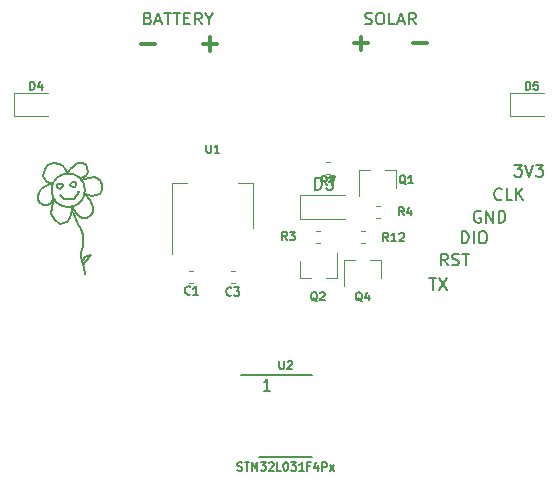
<source format=gto>
G04 #@! TF.GenerationSoftware,KiCad,Pcbnew,5.0.2-bee76a0~70~ubuntu16.04.1*
G04 #@! TF.CreationDate,2019-05-21T20:08:30+01:00*
G04 #@! TF.ProjectId,project,70726f6a-6563-4742-9e6b-696361645f70,rev?*
G04 #@! TF.SameCoordinates,Original*
G04 #@! TF.FileFunction,Legend,Top*
G04 #@! TF.FilePolarity,Positive*
%FSLAX46Y46*%
G04 Gerber Fmt 4.6, Leading zero omitted, Abs format (unit mm)*
G04 Created by KiCad (PCBNEW 5.0.2-bee76a0~70~ubuntu16.04.1) date Tue 21 May 2019 20:08:30 BST*
%MOMM*%
%LPD*%
G01*
G04 APERTURE LIST*
%ADD10C,0.150000*%
%ADD11C,0.375000*%
%ADD12C,0.120000*%
G04 APERTURE END LIST*
D10*
X148943095Y-90367380D02*
X149514523Y-90367380D01*
X149228809Y-91367380D02*
X149228809Y-90367380D01*
X149752619Y-90367380D02*
X150419285Y-91367380D01*
X150419285Y-90367380D02*
X149752619Y-91367380D01*
X150482380Y-89292380D02*
X150149047Y-88816190D01*
X149910952Y-89292380D02*
X149910952Y-88292380D01*
X150291904Y-88292380D01*
X150387142Y-88340000D01*
X150434761Y-88387619D01*
X150482380Y-88482857D01*
X150482380Y-88625714D01*
X150434761Y-88720952D01*
X150387142Y-88768571D01*
X150291904Y-88816190D01*
X149910952Y-88816190D01*
X150863333Y-89244761D02*
X151006190Y-89292380D01*
X151244285Y-89292380D01*
X151339523Y-89244761D01*
X151387142Y-89197142D01*
X151434761Y-89101904D01*
X151434761Y-89006666D01*
X151387142Y-88911428D01*
X151339523Y-88863809D01*
X151244285Y-88816190D01*
X151053809Y-88768571D01*
X150958571Y-88720952D01*
X150910952Y-88673333D01*
X150863333Y-88578095D01*
X150863333Y-88482857D01*
X150910952Y-88387619D01*
X150958571Y-88340000D01*
X151053809Y-88292380D01*
X151291904Y-88292380D01*
X151434761Y-88340000D01*
X151720476Y-88292380D02*
X152291904Y-88292380D01*
X152006190Y-89292380D02*
X152006190Y-88292380D01*
X151681190Y-87417380D02*
X151681190Y-86417380D01*
X151919285Y-86417380D01*
X152062142Y-86465000D01*
X152157380Y-86560238D01*
X152205000Y-86655476D01*
X152252619Y-86845952D01*
X152252619Y-86988809D01*
X152205000Y-87179285D01*
X152157380Y-87274523D01*
X152062142Y-87369761D01*
X151919285Y-87417380D01*
X151681190Y-87417380D01*
X152681190Y-87417380D02*
X152681190Y-86417380D01*
X153347857Y-86417380D02*
X153538333Y-86417380D01*
X153633571Y-86465000D01*
X153728809Y-86560238D01*
X153776428Y-86750714D01*
X153776428Y-87084047D01*
X153728809Y-87274523D01*
X153633571Y-87369761D01*
X153538333Y-87417380D01*
X153347857Y-87417380D01*
X153252619Y-87369761D01*
X153157380Y-87274523D01*
X153109761Y-87084047D01*
X153109761Y-86750714D01*
X153157380Y-86560238D01*
X153252619Y-86465000D01*
X153347857Y-86417380D01*
X153268095Y-84715000D02*
X153172857Y-84667380D01*
X153030000Y-84667380D01*
X152887142Y-84715000D01*
X152791904Y-84810238D01*
X152744285Y-84905476D01*
X152696666Y-85095952D01*
X152696666Y-85238809D01*
X152744285Y-85429285D01*
X152791904Y-85524523D01*
X152887142Y-85619761D01*
X153030000Y-85667380D01*
X153125238Y-85667380D01*
X153268095Y-85619761D01*
X153315714Y-85572142D01*
X153315714Y-85238809D01*
X153125238Y-85238809D01*
X153744285Y-85667380D02*
X153744285Y-84667380D01*
X154315714Y-85667380D01*
X154315714Y-84667380D01*
X154791904Y-85667380D02*
X154791904Y-84667380D01*
X155030000Y-84667380D01*
X155172857Y-84715000D01*
X155268095Y-84810238D01*
X155315714Y-84905476D01*
X155363333Y-85095952D01*
X155363333Y-85238809D01*
X155315714Y-85429285D01*
X155268095Y-85524523D01*
X155172857Y-85619761D01*
X155030000Y-85667380D01*
X154791904Y-85667380D01*
X155059761Y-83672142D02*
X155012142Y-83719761D01*
X154869285Y-83767380D01*
X154774047Y-83767380D01*
X154631190Y-83719761D01*
X154535952Y-83624523D01*
X154488333Y-83529285D01*
X154440714Y-83338809D01*
X154440714Y-83195952D01*
X154488333Y-83005476D01*
X154535952Y-82910238D01*
X154631190Y-82815000D01*
X154774047Y-82767380D01*
X154869285Y-82767380D01*
X155012142Y-82815000D01*
X155059761Y-82862619D01*
X155964523Y-83767380D02*
X155488333Y-83767380D01*
X155488333Y-82767380D01*
X156297857Y-83767380D02*
X156297857Y-82767380D01*
X156869285Y-83767380D02*
X156440714Y-83195952D01*
X156869285Y-82767380D02*
X156297857Y-83338809D01*
X156141904Y-80767380D02*
X156760952Y-80767380D01*
X156427619Y-81148333D01*
X156570476Y-81148333D01*
X156665714Y-81195952D01*
X156713333Y-81243571D01*
X156760952Y-81338809D01*
X156760952Y-81576904D01*
X156713333Y-81672142D01*
X156665714Y-81719761D01*
X156570476Y-81767380D01*
X156284761Y-81767380D01*
X156189523Y-81719761D01*
X156141904Y-81672142D01*
X157046666Y-80767380D02*
X157380000Y-81767380D01*
X157713333Y-80767380D01*
X157951428Y-80767380D02*
X158570476Y-80767380D01*
X158237142Y-81148333D01*
X158380000Y-81148333D01*
X158475238Y-81195952D01*
X158522857Y-81243571D01*
X158570476Y-81338809D01*
X158570476Y-81576904D01*
X158522857Y-81672142D01*
X158475238Y-81719761D01*
X158380000Y-81767380D01*
X158094285Y-81767380D01*
X157999047Y-81719761D01*
X157951428Y-81672142D01*
D11*
X129808571Y-70547142D02*
X130951428Y-70547142D01*
X130380000Y-71118571D02*
X130380000Y-69975714D01*
X124558571Y-70547142D02*
X125701428Y-70547142D01*
X147558571Y-70497142D02*
X148701428Y-70497142D01*
X142558571Y-70497142D02*
X143701428Y-70497142D01*
X143130000Y-71068571D02*
X143130000Y-69925714D01*
D10*
X125130000Y-68368571D02*
X125272857Y-68416190D01*
X125320476Y-68463809D01*
X125368095Y-68559047D01*
X125368095Y-68701904D01*
X125320476Y-68797142D01*
X125272857Y-68844761D01*
X125177619Y-68892380D01*
X124796666Y-68892380D01*
X124796666Y-67892380D01*
X125130000Y-67892380D01*
X125225238Y-67940000D01*
X125272857Y-67987619D01*
X125320476Y-68082857D01*
X125320476Y-68178095D01*
X125272857Y-68273333D01*
X125225238Y-68320952D01*
X125130000Y-68368571D01*
X124796666Y-68368571D01*
X125749047Y-68606666D02*
X126225238Y-68606666D01*
X125653809Y-68892380D02*
X125987142Y-67892380D01*
X126320476Y-68892380D01*
X126510952Y-67892380D02*
X127082380Y-67892380D01*
X126796666Y-68892380D02*
X126796666Y-67892380D01*
X127272857Y-67892380D02*
X127844285Y-67892380D01*
X127558571Y-68892380D02*
X127558571Y-67892380D01*
X128177619Y-68368571D02*
X128510952Y-68368571D01*
X128653809Y-68892380D02*
X128177619Y-68892380D01*
X128177619Y-67892380D01*
X128653809Y-67892380D01*
X129653809Y-68892380D02*
X129320476Y-68416190D01*
X129082380Y-68892380D02*
X129082380Y-67892380D01*
X129463333Y-67892380D01*
X129558571Y-67940000D01*
X129606190Y-67987619D01*
X129653809Y-68082857D01*
X129653809Y-68225714D01*
X129606190Y-68320952D01*
X129558571Y-68368571D01*
X129463333Y-68416190D01*
X129082380Y-68416190D01*
X130272857Y-68416190D02*
X130272857Y-68892380D01*
X129939523Y-67892380D02*
X130272857Y-68416190D01*
X130606190Y-67892380D01*
X143487142Y-68844761D02*
X143630000Y-68892380D01*
X143868095Y-68892380D01*
X143963333Y-68844761D01*
X144010952Y-68797142D01*
X144058571Y-68701904D01*
X144058571Y-68606666D01*
X144010952Y-68511428D01*
X143963333Y-68463809D01*
X143868095Y-68416190D01*
X143677619Y-68368571D01*
X143582380Y-68320952D01*
X143534761Y-68273333D01*
X143487142Y-68178095D01*
X143487142Y-68082857D01*
X143534761Y-67987619D01*
X143582380Y-67940000D01*
X143677619Y-67892380D01*
X143915714Y-67892380D01*
X144058571Y-67940000D01*
X144677619Y-67892380D02*
X144868095Y-67892380D01*
X144963333Y-67940000D01*
X145058571Y-68035238D01*
X145106190Y-68225714D01*
X145106190Y-68559047D01*
X145058571Y-68749523D01*
X144963333Y-68844761D01*
X144868095Y-68892380D01*
X144677619Y-68892380D01*
X144582380Y-68844761D01*
X144487142Y-68749523D01*
X144439523Y-68559047D01*
X144439523Y-68225714D01*
X144487142Y-68035238D01*
X144582380Y-67940000D01*
X144677619Y-67892380D01*
X146010952Y-68892380D02*
X145534761Y-68892380D01*
X145534761Y-67892380D01*
X146296666Y-68606666D02*
X146772857Y-68606666D01*
X146201428Y-68892380D02*
X146534761Y-67892380D01*
X146868095Y-68892380D01*
X147772857Y-68892380D02*
X147439523Y-68416190D01*
X147201428Y-68892380D02*
X147201428Y-67892380D01*
X147582380Y-67892380D01*
X147677619Y-67940000D01*
X147725238Y-67987619D01*
X147772857Y-68082857D01*
X147772857Y-68225714D01*
X147725238Y-68320952D01*
X147677619Y-68368571D01*
X147582380Y-68416190D01*
X147201428Y-68416190D01*
X135485714Y-99892380D02*
X134914285Y-99892380D01*
X135200000Y-99892380D02*
X135200000Y-98892380D01*
X135104761Y-99035238D01*
X135009523Y-99130476D01*
X134914285Y-99178095D01*
D12*
G04 #@! TO.C,C1*
X128578733Y-90750000D02*
X128921267Y-90750000D01*
X128578733Y-89730000D02*
X128921267Y-89730000D01*
G04 #@! TO.C,C3*
X132491267Y-90760000D02*
X132148733Y-90760000D01*
X132491267Y-89740000D02*
X132148733Y-89740000D01*
G04 #@! TO.C,D4*
X116630000Y-74730000D02*
X113770000Y-74730000D01*
X113770000Y-74730000D02*
X113770000Y-76650000D01*
X113770000Y-76650000D02*
X116630000Y-76650000D01*
G04 #@! TO.C,D5*
X155745000Y-76650000D02*
X158605000Y-76650000D01*
X155745000Y-74730000D02*
X155745000Y-76650000D01*
X158605000Y-74730000D02*
X155745000Y-74730000D01*
G04 #@! TO.C,Q1*
X146150000Y-81240000D02*
X146150000Y-82700000D01*
X142990000Y-81240000D02*
X142990000Y-83400000D01*
X142990000Y-81240000D02*
X143920000Y-81240000D01*
X146150000Y-81240000D02*
X145220000Y-81240000D01*
G04 #@! TO.C,Q2*
X137950000Y-90390000D02*
X137950000Y-88930000D01*
X141110000Y-90390000D02*
X141110000Y-88230000D01*
X141110000Y-90390000D02*
X140180000Y-90390000D01*
X137950000Y-90390000D02*
X138880000Y-90390000D01*
G04 #@! TO.C,Q4*
X144860000Y-88870000D02*
X143930000Y-88870000D01*
X141700000Y-88870000D02*
X142630000Y-88870000D01*
X141700000Y-88870000D02*
X141700000Y-91030000D01*
X144860000Y-88870000D02*
X144860000Y-90330000D01*
G04 #@! TO.C,R3*
X139358733Y-86370000D02*
X139701267Y-86370000D01*
X139358733Y-87390000D02*
X139701267Y-87390000D01*
G04 #@! TO.C,R4*
X144741267Y-84240000D02*
X144398733Y-84240000D01*
X144741267Y-85260000D02*
X144398733Y-85260000D01*
G04 #@! TO.C,R7*
X140223733Y-81560000D02*
X140566267Y-81560000D01*
X140223733Y-80540000D02*
X140566267Y-80540000D01*
G04 #@! TO.C,R12*
X143451267Y-87390000D02*
X143108733Y-87390000D01*
X143451267Y-86370000D02*
X143108733Y-86370000D01*
G04 #@! TO.C,U1*
X133980000Y-82340000D02*
X132720000Y-82340000D01*
X127160000Y-82340000D02*
X128420000Y-82340000D01*
X133980000Y-86100000D02*
X133980000Y-82340000D01*
X127160000Y-88350000D02*
X127160000Y-82340000D01*
D10*
G04 #@! TO.C,U2*
X134545000Y-105500000D02*
X138995000Y-105500000D01*
X133020000Y-98600000D02*
X138995000Y-98600000D01*
G04 #@! TO.C,REF\002A\002A*
X119774214Y-82930000D02*
G75*
G03X119774214Y-82930000I-1414214J0D01*
G01*
X119650000Y-81800000D02*
X119420000Y-81910000D01*
X119840000Y-81720000D02*
X119650000Y-81800000D01*
X119990000Y-81570000D02*
X119840000Y-81720000D01*
X120030000Y-81380000D02*
X119990000Y-81570000D01*
X119990000Y-81030000D02*
X120030000Y-81380000D01*
X119840000Y-80730000D02*
X119990000Y-81030000D01*
X119460000Y-80580000D02*
X119840000Y-80730000D01*
X119080000Y-80620000D02*
X119460000Y-80580000D01*
X118730000Y-80920000D02*
X119080000Y-80620000D01*
X118500000Y-81110000D02*
X118730000Y-80920000D01*
X118350000Y-81490000D02*
X118500000Y-81110000D01*
X117020000Y-82330000D02*
X117020000Y-82370000D01*
X116940000Y-82330000D02*
X117020000Y-82330000D01*
X116710000Y-82290000D02*
X116940000Y-82330000D01*
X116450000Y-82140000D02*
X116710000Y-82290000D01*
X116260000Y-81720000D02*
X116450000Y-82140000D01*
X116370000Y-81110000D02*
X116260000Y-81720000D01*
X116670000Y-80810000D02*
X116370000Y-81110000D01*
X117090000Y-80650000D02*
X116670000Y-80810000D01*
X117670000Y-80730000D02*
X117090000Y-80650000D01*
X118010000Y-80920000D02*
X117670000Y-80730000D01*
X118350000Y-81530000D02*
X118010000Y-80920000D01*
X117060000Y-83780000D02*
X117130000Y-83780000D01*
X116790000Y-84080000D02*
X117060000Y-83780000D01*
X116600000Y-84200000D02*
X116790000Y-84080000D01*
X116220000Y-84200000D02*
X116600000Y-84200000D01*
X115870000Y-83890000D02*
X116220000Y-84200000D01*
X115800000Y-83660000D02*
X115870000Y-83890000D01*
X115800000Y-83400000D02*
X115800000Y-83660000D01*
X115870000Y-83130000D02*
X115800000Y-83400000D01*
X116030000Y-82830000D02*
X115870000Y-83130000D01*
X116450000Y-82560000D02*
X116030000Y-82830000D01*
X116980000Y-82330000D02*
X116450000Y-82560000D01*
X118690000Y-84620000D02*
X118690000Y-84350000D01*
X118620000Y-84960000D02*
X118690000Y-84620000D01*
X118500000Y-85300000D02*
X118620000Y-84960000D01*
X118280000Y-85650000D02*
X118500000Y-85300000D01*
X117700000Y-85760000D02*
X118280000Y-85650000D01*
X117210000Y-85450000D02*
X117700000Y-85760000D01*
X116940000Y-84920000D02*
X117210000Y-85450000D01*
X116980000Y-84350000D02*
X116940000Y-84920000D01*
X117130000Y-83780000D02*
X116980000Y-84350000D01*
X119840000Y-83280000D02*
X119680000Y-83210000D01*
X120070000Y-83360000D02*
X119840000Y-83280000D01*
X120410000Y-83400000D02*
X120070000Y-83360000D01*
X120710000Y-83320000D02*
X120410000Y-83400000D01*
X121060000Y-83210000D02*
X120710000Y-83320000D01*
X121210000Y-82900000D02*
X121060000Y-83210000D01*
X121210000Y-82600000D02*
X121210000Y-82900000D01*
X121130000Y-82180000D02*
X121210000Y-82600000D01*
X120600000Y-81840000D02*
X121130000Y-82180000D01*
X120100000Y-81870000D02*
X120600000Y-81840000D01*
X119460000Y-82060000D02*
X120100000Y-81870000D01*
X118850000Y-84580000D02*
X118690000Y-84350000D01*
X119080000Y-84960000D02*
X118850000Y-84580000D01*
X119270000Y-85150000D02*
X119080000Y-84960000D01*
X119570000Y-85300000D02*
X119270000Y-85150000D01*
X119910000Y-85300000D02*
X119570000Y-85300000D01*
X120260000Y-85040000D02*
X119910000Y-85300000D01*
X120450000Y-84770000D02*
X120260000Y-85040000D01*
X120450000Y-84310000D02*
X120450000Y-84770000D01*
X120220000Y-83780000D02*
X120450000Y-84310000D01*
X119800000Y-83280000D02*
X120220000Y-83780000D01*
X119270000Y-83020000D02*
X119190000Y-83090000D01*
X119150000Y-83240000D02*
X119270000Y-83020000D01*
X119040000Y-83440000D02*
X119150000Y-83240000D01*
X118810000Y-83630000D02*
X119040000Y-83440000D01*
X118660000Y-83700000D02*
X118810000Y-83630000D01*
X118500000Y-83700000D02*
X118660000Y-83700000D01*
X118350000Y-83700000D02*
X118500000Y-83700000D01*
X118160000Y-83700000D02*
X118350000Y-83700000D01*
X118010000Y-83630000D02*
X118160000Y-83700000D01*
X117670000Y-83360000D02*
X118010000Y-83630000D01*
X117810000Y-82430000D02*
X117550000Y-82370000D01*
X117920000Y-82510000D02*
X117810000Y-82430000D01*
X117900000Y-82610000D02*
X117920000Y-82510000D01*
X117780000Y-82760000D02*
X117900000Y-82610000D01*
X117630000Y-82860000D02*
X117780000Y-82760000D01*
X117480000Y-82780000D02*
X117630000Y-82860000D01*
X117380000Y-82690000D02*
X117480000Y-82780000D01*
X117400000Y-82540000D02*
X117380000Y-82690000D01*
X117520000Y-82320000D02*
X117400000Y-82540000D01*
X118940000Y-82230000D02*
X118760000Y-82190000D01*
X119030000Y-82340000D02*
X118940000Y-82230000D01*
X119060000Y-82460000D02*
X119030000Y-82340000D01*
X118940000Y-82630000D02*
X119060000Y-82460000D01*
X118760000Y-82670000D02*
X118940000Y-82630000D01*
X118600000Y-82610000D02*
X118760000Y-82670000D01*
X118500000Y-82510000D02*
X118600000Y-82610000D01*
X118590000Y-82320000D02*
X118500000Y-82510000D01*
X118740000Y-82200000D02*
X118590000Y-82320000D01*
X119790000Y-89980000D02*
X119740000Y-89980000D01*
X119680000Y-89540000D02*
X119790000Y-89980000D01*
X119460000Y-88590000D02*
X119680000Y-89540000D01*
X119460000Y-88200000D02*
X119460000Y-88590000D01*
X119620000Y-87640000D02*
X119460000Y-88200000D01*
X119620000Y-87130000D02*
X119620000Y-87640000D01*
X119620000Y-86690000D02*
X119620000Y-87130000D01*
X119460000Y-86240000D02*
X119620000Y-86690000D01*
X119180000Y-85790000D02*
X119460000Y-86240000D01*
X118730000Y-84730000D02*
X119180000Y-85790000D01*
X119820000Y-88620000D02*
X119620000Y-88860000D01*
X119940000Y-88490000D02*
X119820000Y-88620000D01*
X120260000Y-88450000D02*
X119940000Y-88490000D01*
X120080000Y-88620000D02*
X120260000Y-88450000D01*
X119910000Y-88810000D02*
X120080000Y-88620000D01*
X119790000Y-89000000D02*
X119910000Y-88810000D01*
X119650000Y-89270000D02*
X119790000Y-89000000D01*
D12*
G04 #@! TO.C,D3*
X137945000Y-83325000D02*
X137945000Y-85325000D01*
X137945000Y-85325000D02*
X141795000Y-85325000D01*
X137945000Y-83325000D02*
X141795000Y-83325000D01*
G04 #@! TO.C,C1*
D10*
X128683333Y-91690000D02*
X128650000Y-91723333D01*
X128550000Y-91756666D01*
X128483333Y-91756666D01*
X128383333Y-91723333D01*
X128316666Y-91656666D01*
X128283333Y-91590000D01*
X128250000Y-91456666D01*
X128250000Y-91356666D01*
X128283333Y-91223333D01*
X128316666Y-91156666D01*
X128383333Y-91090000D01*
X128483333Y-91056666D01*
X128550000Y-91056666D01*
X128650000Y-91090000D01*
X128683333Y-91123333D01*
X129350000Y-91756666D02*
X128950000Y-91756666D01*
X129150000Y-91756666D02*
X129150000Y-91056666D01*
X129083333Y-91156666D01*
X129016666Y-91223333D01*
X128950000Y-91256666D01*
G04 #@! TO.C,C3*
X132183333Y-91790000D02*
X132150000Y-91823333D01*
X132050000Y-91856666D01*
X131983333Y-91856666D01*
X131883333Y-91823333D01*
X131816666Y-91756666D01*
X131783333Y-91690000D01*
X131750000Y-91556666D01*
X131750000Y-91456666D01*
X131783333Y-91323333D01*
X131816666Y-91256666D01*
X131883333Y-91190000D01*
X131983333Y-91156666D01*
X132050000Y-91156666D01*
X132150000Y-91190000D01*
X132183333Y-91223333D01*
X132416666Y-91156666D02*
X132850000Y-91156666D01*
X132616666Y-91423333D01*
X132716666Y-91423333D01*
X132783333Y-91456666D01*
X132816666Y-91490000D01*
X132850000Y-91556666D01*
X132850000Y-91723333D01*
X132816666Y-91790000D01*
X132783333Y-91823333D01*
X132716666Y-91856666D01*
X132516666Y-91856666D01*
X132450000Y-91823333D01*
X132416666Y-91790000D01*
G04 #@! TO.C,D4*
X115110511Y-74432319D02*
X115110511Y-73732319D01*
X115277178Y-73732319D01*
X115377178Y-73765653D01*
X115443844Y-73832319D01*
X115477178Y-73898986D01*
X115510511Y-74032319D01*
X115510511Y-74132319D01*
X115477178Y-74265653D01*
X115443844Y-74332319D01*
X115377178Y-74398986D01*
X115277178Y-74432319D01*
X115110511Y-74432319D01*
X116110511Y-73965653D02*
X116110511Y-74432319D01*
X115943844Y-73698986D02*
X115777178Y-74198986D01*
X116210511Y-74198986D01*
G04 #@! TO.C,D5*
X157088333Y-74432319D02*
X157088333Y-73732319D01*
X157255000Y-73732319D01*
X157355000Y-73765653D01*
X157421666Y-73832319D01*
X157455000Y-73898986D01*
X157488333Y-74032319D01*
X157488333Y-74132319D01*
X157455000Y-74265653D01*
X157421666Y-74332319D01*
X157355000Y-74398986D01*
X157255000Y-74432319D01*
X157088333Y-74432319D01*
X158121666Y-73732319D02*
X157788333Y-73732319D01*
X157755000Y-74065653D01*
X157788333Y-74032319D01*
X157855000Y-73998986D01*
X158021666Y-73998986D01*
X158088333Y-74032319D01*
X158121666Y-74065653D01*
X158155000Y-74132319D01*
X158155000Y-74298986D01*
X158121666Y-74365653D01*
X158088333Y-74398986D01*
X158021666Y-74432319D01*
X157855000Y-74432319D01*
X157788333Y-74398986D01*
X157755000Y-74365653D01*
G04 #@! TO.C,Q1*
X146933333Y-82423333D02*
X146866666Y-82390000D01*
X146800000Y-82323333D01*
X146700000Y-82223333D01*
X146633333Y-82190000D01*
X146566666Y-82190000D01*
X146600000Y-82356666D02*
X146533333Y-82323333D01*
X146466666Y-82256666D01*
X146433333Y-82123333D01*
X146433333Y-81890000D01*
X146466666Y-81756666D01*
X146533333Y-81690000D01*
X146600000Y-81656666D01*
X146733333Y-81656666D01*
X146800000Y-81690000D01*
X146866666Y-81756666D01*
X146900000Y-81890000D01*
X146900000Y-82123333D01*
X146866666Y-82256666D01*
X146800000Y-82323333D01*
X146733333Y-82356666D01*
X146600000Y-82356666D01*
X147566666Y-82356666D02*
X147166666Y-82356666D01*
X147366666Y-82356666D02*
X147366666Y-81656666D01*
X147300000Y-81756666D01*
X147233333Y-81823333D01*
X147166666Y-81856666D01*
G04 #@! TO.C,Q2*
X139433333Y-92323333D02*
X139366666Y-92290000D01*
X139300000Y-92223333D01*
X139200000Y-92123333D01*
X139133333Y-92090000D01*
X139066666Y-92090000D01*
X139100000Y-92256666D02*
X139033333Y-92223333D01*
X138966666Y-92156666D01*
X138933333Y-92023333D01*
X138933333Y-91790000D01*
X138966666Y-91656666D01*
X139033333Y-91590000D01*
X139100000Y-91556666D01*
X139233333Y-91556666D01*
X139300000Y-91590000D01*
X139366666Y-91656666D01*
X139400000Y-91790000D01*
X139400000Y-92023333D01*
X139366666Y-92156666D01*
X139300000Y-92223333D01*
X139233333Y-92256666D01*
X139100000Y-92256666D01*
X139666666Y-91623333D02*
X139700000Y-91590000D01*
X139766666Y-91556666D01*
X139933333Y-91556666D01*
X140000000Y-91590000D01*
X140033333Y-91623333D01*
X140066666Y-91690000D01*
X140066666Y-91756666D01*
X140033333Y-91856666D01*
X139633333Y-92256666D01*
X140066666Y-92256666D01*
G04 #@! TO.C,Q4*
X143233333Y-92323333D02*
X143166666Y-92290000D01*
X143100000Y-92223333D01*
X143000000Y-92123333D01*
X142933333Y-92090000D01*
X142866666Y-92090000D01*
X142900000Y-92256666D02*
X142833333Y-92223333D01*
X142766666Y-92156666D01*
X142733333Y-92023333D01*
X142733333Y-91790000D01*
X142766666Y-91656666D01*
X142833333Y-91590000D01*
X142900000Y-91556666D01*
X143033333Y-91556666D01*
X143100000Y-91590000D01*
X143166666Y-91656666D01*
X143200000Y-91790000D01*
X143200000Y-92023333D01*
X143166666Y-92156666D01*
X143100000Y-92223333D01*
X143033333Y-92256666D01*
X142900000Y-92256666D01*
X143800000Y-91790000D02*
X143800000Y-92256666D01*
X143633333Y-91523333D02*
X143466666Y-92023333D01*
X143900000Y-92023333D01*
G04 #@! TO.C,R3*
X136883333Y-87156666D02*
X136650000Y-86823333D01*
X136483333Y-87156666D02*
X136483333Y-86456666D01*
X136750000Y-86456666D01*
X136816666Y-86490000D01*
X136850000Y-86523333D01*
X136883333Y-86590000D01*
X136883333Y-86690000D01*
X136850000Y-86756666D01*
X136816666Y-86790000D01*
X136750000Y-86823333D01*
X136483333Y-86823333D01*
X137116666Y-86456666D02*
X137550000Y-86456666D01*
X137316666Y-86723333D01*
X137416666Y-86723333D01*
X137483333Y-86756666D01*
X137516666Y-86790000D01*
X137550000Y-86856666D01*
X137550000Y-87023333D01*
X137516666Y-87090000D01*
X137483333Y-87123333D01*
X137416666Y-87156666D01*
X137216666Y-87156666D01*
X137150000Y-87123333D01*
X137116666Y-87090000D01*
G04 #@! TO.C,R4*
X146783333Y-85056666D02*
X146550000Y-84723333D01*
X146383333Y-85056666D02*
X146383333Y-84356666D01*
X146650000Y-84356666D01*
X146716666Y-84390000D01*
X146750000Y-84423333D01*
X146783333Y-84490000D01*
X146783333Y-84590000D01*
X146750000Y-84656666D01*
X146716666Y-84690000D01*
X146650000Y-84723333D01*
X146383333Y-84723333D01*
X147383333Y-84590000D02*
X147383333Y-85056666D01*
X147216666Y-84323333D02*
X147050000Y-84823333D01*
X147483333Y-84823333D01*
G04 #@! TO.C,R7*
X140283333Y-82456666D02*
X140050000Y-82123333D01*
X139883333Y-82456666D02*
X139883333Y-81756666D01*
X140150000Y-81756666D01*
X140216666Y-81790000D01*
X140250000Y-81823333D01*
X140283333Y-81890000D01*
X140283333Y-81990000D01*
X140250000Y-82056666D01*
X140216666Y-82090000D01*
X140150000Y-82123333D01*
X139883333Y-82123333D01*
X140516666Y-81756666D02*
X140983333Y-81756666D01*
X140683333Y-82456666D01*
G04 #@! TO.C,R12*
X145450000Y-87256666D02*
X145216666Y-86923333D01*
X145050000Y-87256666D02*
X145050000Y-86556666D01*
X145316666Y-86556666D01*
X145383333Y-86590000D01*
X145416666Y-86623333D01*
X145450000Y-86690000D01*
X145450000Y-86790000D01*
X145416666Y-86856666D01*
X145383333Y-86890000D01*
X145316666Y-86923333D01*
X145050000Y-86923333D01*
X146116666Y-87256666D02*
X145716666Y-87256666D01*
X145916666Y-87256666D02*
X145916666Y-86556666D01*
X145850000Y-86656666D01*
X145783333Y-86723333D01*
X145716666Y-86756666D01*
X146383333Y-86623333D02*
X146416666Y-86590000D01*
X146483333Y-86556666D01*
X146650000Y-86556666D01*
X146716666Y-86590000D01*
X146750000Y-86623333D01*
X146783333Y-86690000D01*
X146783333Y-86756666D01*
X146750000Y-86856666D01*
X146350000Y-87256666D01*
X146783333Y-87256666D01*
G04 #@! TO.C,U1*
X130066666Y-79056666D02*
X130066666Y-79623333D01*
X130100000Y-79690000D01*
X130133333Y-79723333D01*
X130200000Y-79756666D01*
X130333333Y-79756666D01*
X130400000Y-79723333D01*
X130433333Y-79690000D01*
X130466666Y-79623333D01*
X130466666Y-79056666D01*
X131166666Y-79756666D02*
X130766666Y-79756666D01*
X130966666Y-79756666D02*
X130966666Y-79056666D01*
X130900000Y-79156666D01*
X130833333Y-79223333D01*
X130766666Y-79256666D01*
G04 #@! TO.C,U2*
X136236666Y-97366666D02*
X136236666Y-97933333D01*
X136270000Y-98000000D01*
X136303333Y-98033333D01*
X136370000Y-98066666D01*
X136503333Y-98066666D01*
X136570000Y-98033333D01*
X136603333Y-98000000D01*
X136636666Y-97933333D01*
X136636666Y-97366666D01*
X136936666Y-97433333D02*
X136970000Y-97400000D01*
X137036666Y-97366666D01*
X137203333Y-97366666D01*
X137270000Y-97400000D01*
X137303333Y-97433333D01*
X137336666Y-97500000D01*
X137336666Y-97566666D01*
X137303333Y-97666666D01*
X136903333Y-98066666D01*
X137336666Y-98066666D01*
X132686666Y-106633333D02*
X132786666Y-106666666D01*
X132953333Y-106666666D01*
X133020000Y-106633333D01*
X133053333Y-106600000D01*
X133086666Y-106533333D01*
X133086666Y-106466666D01*
X133053333Y-106400000D01*
X133020000Y-106366666D01*
X132953333Y-106333333D01*
X132820000Y-106300000D01*
X132753333Y-106266666D01*
X132720000Y-106233333D01*
X132686666Y-106166666D01*
X132686666Y-106100000D01*
X132720000Y-106033333D01*
X132753333Y-106000000D01*
X132820000Y-105966666D01*
X132986666Y-105966666D01*
X133086666Y-106000000D01*
X133286666Y-105966666D02*
X133686666Y-105966666D01*
X133486666Y-106666666D02*
X133486666Y-105966666D01*
X133920000Y-106666666D02*
X133920000Y-105966666D01*
X134153333Y-106466666D01*
X134386666Y-105966666D01*
X134386666Y-106666666D01*
X134653333Y-105966666D02*
X135086666Y-105966666D01*
X134853333Y-106233333D01*
X134953333Y-106233333D01*
X135020000Y-106266666D01*
X135053333Y-106300000D01*
X135086666Y-106366666D01*
X135086666Y-106533333D01*
X135053333Y-106600000D01*
X135020000Y-106633333D01*
X134953333Y-106666666D01*
X134753333Y-106666666D01*
X134686666Y-106633333D01*
X134653333Y-106600000D01*
X135353333Y-106033333D02*
X135386666Y-106000000D01*
X135453333Y-105966666D01*
X135620000Y-105966666D01*
X135686666Y-106000000D01*
X135720000Y-106033333D01*
X135753333Y-106100000D01*
X135753333Y-106166666D01*
X135720000Y-106266666D01*
X135320000Y-106666666D01*
X135753333Y-106666666D01*
X136386666Y-106666666D02*
X136053333Y-106666666D01*
X136053333Y-105966666D01*
X136753333Y-105966666D02*
X136820000Y-105966666D01*
X136886666Y-106000000D01*
X136920000Y-106033333D01*
X136953333Y-106100000D01*
X136986666Y-106233333D01*
X136986666Y-106400000D01*
X136953333Y-106533333D01*
X136920000Y-106600000D01*
X136886666Y-106633333D01*
X136820000Y-106666666D01*
X136753333Y-106666666D01*
X136686666Y-106633333D01*
X136653333Y-106600000D01*
X136620000Y-106533333D01*
X136586666Y-106400000D01*
X136586666Y-106233333D01*
X136620000Y-106100000D01*
X136653333Y-106033333D01*
X136686666Y-106000000D01*
X136753333Y-105966666D01*
X137220000Y-105966666D02*
X137653333Y-105966666D01*
X137420000Y-106233333D01*
X137520000Y-106233333D01*
X137586666Y-106266666D01*
X137620000Y-106300000D01*
X137653333Y-106366666D01*
X137653333Y-106533333D01*
X137620000Y-106600000D01*
X137586666Y-106633333D01*
X137520000Y-106666666D01*
X137320000Y-106666666D01*
X137253333Y-106633333D01*
X137220000Y-106600000D01*
X138320000Y-106666666D02*
X137920000Y-106666666D01*
X138120000Y-106666666D02*
X138120000Y-105966666D01*
X138053333Y-106066666D01*
X137986666Y-106133333D01*
X137920000Y-106166666D01*
X138853333Y-106300000D02*
X138620000Y-106300000D01*
X138620000Y-106666666D02*
X138620000Y-105966666D01*
X138953333Y-105966666D01*
X139520000Y-106200000D02*
X139520000Y-106666666D01*
X139353333Y-105933333D02*
X139186666Y-106433333D01*
X139620000Y-106433333D01*
X139886666Y-106666666D02*
X139886666Y-105966666D01*
X140153333Y-105966666D01*
X140220000Y-106000000D01*
X140253333Y-106033333D01*
X140286666Y-106100000D01*
X140286666Y-106200000D01*
X140253333Y-106266666D01*
X140220000Y-106300000D01*
X140153333Y-106333333D01*
X139886666Y-106333333D01*
X140520000Y-106666666D02*
X140886666Y-106200000D01*
X140520000Y-106200000D02*
X140886666Y-106666666D01*
G04 #@! TO.C,D3*
X139279904Y-82872380D02*
X139279904Y-81872380D01*
X139518000Y-81872380D01*
X139660857Y-81920000D01*
X139756095Y-82015238D01*
X139803714Y-82110476D01*
X139851333Y-82300952D01*
X139851333Y-82443809D01*
X139803714Y-82634285D01*
X139756095Y-82729523D01*
X139660857Y-82824761D01*
X139518000Y-82872380D01*
X139279904Y-82872380D01*
X140184666Y-81872380D02*
X140803714Y-81872380D01*
X140470380Y-82253333D01*
X140613238Y-82253333D01*
X140708476Y-82300952D01*
X140756095Y-82348571D01*
X140803714Y-82443809D01*
X140803714Y-82681904D01*
X140756095Y-82777142D01*
X140708476Y-82824761D01*
X140613238Y-82872380D01*
X140327523Y-82872380D01*
X140232285Y-82824761D01*
X140184666Y-82777142D01*
G04 #@! TD*
M02*

</source>
